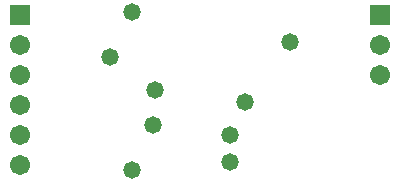
<source format=gbs>
G04*
G04 #@! TF.GenerationSoftware,Altium Limited,Altium Designer,20.2.6 (244)*
G04*
G04 Layer_Color=16711935*
%FSLAX25Y25*%
%MOIN*%
G70*
G04*
G04 #@! TF.SameCoordinates,218AD5E3-DD01-4129-9E62-BF2858C15206*
G04*
G04*
G04 #@! TF.FilePolarity,Negative*
G04*
G01*
G75*
%ADD18R,0.06706X0.06706*%
%ADD19C,0.06706*%
%ADD20C,0.05800*%
D18*
X230000Y340000D02*
D03*
X350000D02*
D03*
D19*
X230000Y330000D02*
D03*
Y320000D02*
D03*
Y310000D02*
D03*
Y300000D02*
D03*
Y290000D02*
D03*
X350000Y330000D02*
D03*
Y320000D02*
D03*
D20*
X267500Y340748D02*
D03*
X275000Y315000D02*
D03*
X300000Y300000D02*
D03*
X267500Y288248D02*
D03*
X260000Y325748D02*
D03*
X300000Y290748D02*
D03*
X274345Y303154D02*
D03*
X305000Y310748D02*
D03*
X320000Y330748D02*
D03*
M02*

</source>
